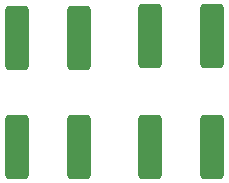
<source format=gbr>
%TF.GenerationSoftware,KiCad,Pcbnew,7.0.2*%
%TF.CreationDate,2023-05-07T16:18:05+12:00*%
%TF.ProjectId,KicadCapBoard,4b696361-6443-4617-9042-6f6172642e6b,A*%
%TF.SameCoordinates,Original*%
%TF.FileFunction,Paste,Top*%
%TF.FilePolarity,Positive*%
%FSLAX46Y46*%
G04 Gerber Fmt 4.6, Leading zero omitted, Abs format (unit mm)*
G04 Created by KiCad (PCBNEW 7.0.2) date 2023-05-07 16:18:05*
%MOMM*%
%LPD*%
G01*
G04 APERTURE LIST*
G04 Aperture macros list*
%AMRoundRect*
0 Rectangle with rounded corners*
0 $1 Rounding radius*
0 $2 $3 $4 $5 $6 $7 $8 $9 X,Y pos of 4 corners*
0 Add a 4 corners polygon primitive as box body*
4,1,4,$2,$3,$4,$5,$6,$7,$8,$9,$2,$3,0*
0 Add four circle primitives for the rounded corners*
1,1,$1+$1,$2,$3*
1,1,$1+$1,$4,$5*
1,1,$1+$1,$6,$7*
1,1,$1+$1,$8,$9*
0 Add four rect primitives between the rounded corners*
20,1,$1+$1,$2,$3,$4,$5,0*
20,1,$1+$1,$4,$5,$6,$7,0*
20,1,$1+$1,$6,$7,$8,$9,0*
20,1,$1+$1,$8,$9,$2,$3,0*%
G04 Aperture macros list end*
%ADD10RoundRect,0.249999X-0.737501X-2.450001X0.737501X-2.450001X0.737501X2.450001X-0.737501X2.450001X0*%
G04 APERTURE END LIST*
D10*
%TO.C,C1*%
X118512500Y-81890000D03*
X123787500Y-81890000D03*
%TD*%
%TO.C,C4*%
X129762500Y-91110000D03*
X135037500Y-91110000D03*
%TD*%
%TO.C,C2*%
X118512500Y-91110000D03*
X123787500Y-91110000D03*
%TD*%
%TO.C,C3*%
X129762500Y-81740000D03*
X135037500Y-81740000D03*
%TD*%
M02*

</source>
